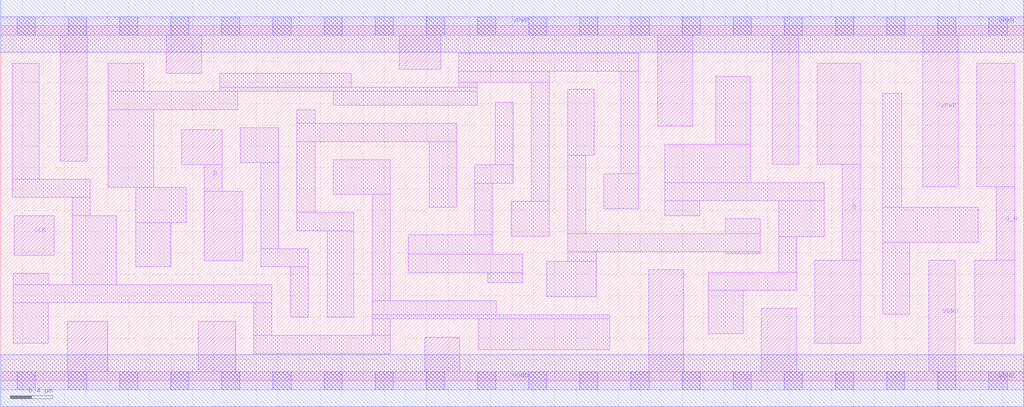
<source format=lef>
# Copyright 2020 The SkyWater PDK Authors
#
# Licensed under the Apache License, Version 2.0 (the "License");
# you may not use this file except in compliance with the License.
# You may obtain a copy of the License at
#
#     https://www.apache.org/licenses/LICENSE-2.0
#
# Unless required by applicable law or agreed to in writing, software
# distributed under the License is distributed on an "AS IS" BASIS,
# WITHOUT WARRANTIES OR CONDITIONS OF ANY KIND, either express or implied.
# See the License for the specific language governing permissions and
# limitations under the License.
#
# SPDX-License-Identifier: Apache-2.0

VERSION 5.7 ;
  NAMESCASESENSITIVE ON ;
  NOWIREEXTENSIONATPIN ON ;
  DIVIDERCHAR "/" ;
  BUSBITCHARS "[]" ;
UNITS
  DATABASE MICRONS 200 ;
END UNITS
MACRO sky130_fd_sc_hs__dfxbp_1
  CLASS CORE ;
  SOURCE USER ;
  FOREIGN sky130_fd_sc_hs__dfxbp_1 ;
  ORIGIN  0.000000  0.000000 ;
  SIZE  9.600000 BY  3.330000 ;
  SYMMETRY X Y ;
  SITE unit ;
  PIN D
    ANTENNAGATEAREA  0.126000 ;
    DIRECTION INPUT ;
    USE SIGNAL ;
    PORT
      LAYER li1 ;
        RECT 1.700000 2.025000 2.080000 2.355000 ;
        RECT 1.910000 1.125000 2.270000 1.780000 ;
        RECT 1.910000 1.780000 2.080000 2.025000 ;
    END
  END D
  PIN Q
    ANTENNADIFFAREA  0.530100 ;
    DIRECTION OUTPUT ;
    USE SIGNAL ;
    PORT
      LAYER li1 ;
        RECT 7.640000 0.350000 8.070000 1.130000 ;
        RECT 7.665000 2.030000 8.070000 2.980000 ;
        RECT 7.900000 1.130000 8.070000 2.030000 ;
    END
  END Q
  PIN Q_N
    ANTENNADIFFAREA  0.535700 ;
    DIRECTION OUTPUT ;
    USE SIGNAL ;
    PORT
      LAYER li1 ;
        RECT 9.140000 0.350000 9.515000 1.130000 ;
        RECT 9.160000 1.820000 9.515000 2.980000 ;
        RECT 9.345000 1.130000 9.515000 1.820000 ;
    END
  END Q_N
  PIN CLK
    ANTENNAGATEAREA  0.279000 ;
    DIRECTION INPUT ;
    USE CLOCK ;
    PORT
      LAYER li1 ;
        RECT 0.125000 1.180000 0.500000 1.550000 ;
    END
  END CLK
  PIN VGND
    DIRECTION INOUT ;
    USE GROUND ;
    PORT
      LAYER li1 ;
        RECT 0.000000 -0.085000 9.600000 0.085000 ;
        RECT 0.625000  0.085000 1.005000 0.560000 ;
        RECT 1.855000  0.085000 2.205000 0.560000 ;
        RECT 3.980000  0.085000 4.310000 0.410000 ;
        RECT 6.080000  0.085000 6.410000 1.040000 ;
        RECT 7.140000  0.085000 7.470000 0.680000 ;
        RECT 8.710000  0.085000 8.960000 1.130000 ;
      LAYER mcon ;
        RECT 0.155000 -0.085000 0.325000 0.085000 ;
        RECT 0.635000 -0.085000 0.805000 0.085000 ;
        RECT 1.115000 -0.085000 1.285000 0.085000 ;
        RECT 1.595000 -0.085000 1.765000 0.085000 ;
        RECT 2.075000 -0.085000 2.245000 0.085000 ;
        RECT 2.555000 -0.085000 2.725000 0.085000 ;
        RECT 3.035000 -0.085000 3.205000 0.085000 ;
        RECT 3.515000 -0.085000 3.685000 0.085000 ;
        RECT 3.995000 -0.085000 4.165000 0.085000 ;
        RECT 4.475000 -0.085000 4.645000 0.085000 ;
        RECT 4.955000 -0.085000 5.125000 0.085000 ;
        RECT 5.435000 -0.085000 5.605000 0.085000 ;
        RECT 5.915000 -0.085000 6.085000 0.085000 ;
        RECT 6.395000 -0.085000 6.565000 0.085000 ;
        RECT 6.875000 -0.085000 7.045000 0.085000 ;
        RECT 7.355000 -0.085000 7.525000 0.085000 ;
        RECT 7.835000 -0.085000 8.005000 0.085000 ;
        RECT 8.315000 -0.085000 8.485000 0.085000 ;
        RECT 8.795000 -0.085000 8.965000 0.085000 ;
        RECT 9.275000 -0.085000 9.445000 0.085000 ;
      LAYER met1 ;
        RECT 0.000000 -0.245000 9.600000 0.245000 ;
    END
  END VGND
  PIN VPWR
    DIRECTION INOUT ;
    USE POWER ;
    PORT
      LAYER li1 ;
        RECT 0.000000 3.245000 9.600000 3.415000 ;
        RECT 0.560000 2.060000 0.810000 3.245000 ;
        RECT 1.555000 2.885000 1.885000 3.245000 ;
        RECT 3.740000 2.925000 4.130000 3.245000 ;
        RECT 6.165000 2.390000 6.495000 3.245000 ;
        RECT 7.240000 2.030000 7.490000 3.245000 ;
        RECT 8.655000 1.820000 8.985000 3.245000 ;
      LAYER mcon ;
        RECT 0.155000 3.245000 0.325000 3.415000 ;
        RECT 0.635000 3.245000 0.805000 3.415000 ;
        RECT 1.115000 3.245000 1.285000 3.415000 ;
        RECT 1.595000 3.245000 1.765000 3.415000 ;
        RECT 2.075000 3.245000 2.245000 3.415000 ;
        RECT 2.555000 3.245000 2.725000 3.415000 ;
        RECT 3.035000 3.245000 3.205000 3.415000 ;
        RECT 3.515000 3.245000 3.685000 3.415000 ;
        RECT 3.995000 3.245000 4.165000 3.415000 ;
        RECT 4.475000 3.245000 4.645000 3.415000 ;
        RECT 4.955000 3.245000 5.125000 3.415000 ;
        RECT 5.435000 3.245000 5.605000 3.415000 ;
        RECT 5.915000 3.245000 6.085000 3.415000 ;
        RECT 6.395000 3.245000 6.565000 3.415000 ;
        RECT 6.875000 3.245000 7.045000 3.415000 ;
        RECT 7.355000 3.245000 7.525000 3.415000 ;
        RECT 7.835000 3.245000 8.005000 3.415000 ;
        RECT 8.315000 3.245000 8.485000 3.415000 ;
        RECT 8.795000 3.245000 8.965000 3.415000 ;
        RECT 9.275000 3.245000 9.445000 3.415000 ;
      LAYER met1 ;
        RECT 0.000000 3.085000 9.600000 3.575000 ;
    END
  END VPWR
  OBS
    LAYER li1 ;
      RECT 0.110000 1.720000 0.840000 1.890000 ;
      RECT 0.110000 1.890000 0.360000 2.980000 ;
      RECT 0.115000 0.350000 0.445000 0.730000 ;
      RECT 0.115000 0.730000 2.545000 0.900000 ;
      RECT 0.115000 0.900000 0.445000 1.010000 ;
      RECT 0.670000 0.900000 1.090000 1.550000 ;
      RECT 0.670000 1.550000 0.840000 1.720000 ;
      RECT 1.010000 1.815000 1.435000 2.545000 ;
      RECT 1.010000 2.545000 2.225000 2.715000 ;
      RECT 1.010000 2.715000 1.340000 2.980000 ;
      RECT 1.265000 1.070000 1.595000 1.485000 ;
      RECT 1.265000 1.485000 1.740000 1.815000 ;
      RECT 2.055000 2.715000 4.470000 2.755000 ;
      RECT 2.055000 2.755000 3.290000 2.885000 ;
      RECT 2.250000 2.045000 2.610000 2.375000 ;
      RECT 2.375000 0.255000 3.655000 0.425000 ;
      RECT 2.375000 0.425000 2.545000 0.730000 ;
      RECT 2.440000 1.070000 2.885000 1.240000 ;
      RECT 2.440000 1.240000 2.610000 2.045000 ;
      RECT 2.715000 0.595000 2.885000 1.070000 ;
      RECT 2.780000 1.410000 3.315000 1.580000 ;
      RECT 2.780000 1.580000 2.950000 2.245000 ;
      RECT 2.780000 2.245000 4.280000 2.415000 ;
      RECT 2.780000 2.415000 2.950000 2.545000 ;
      RECT 3.065000 0.595000 3.315000 1.410000 ;
      RECT 3.120000 1.750000 3.655000 2.075000 ;
      RECT 3.120000 2.585000 4.470000 2.715000 ;
      RECT 3.485000 0.425000 3.655000 0.580000 ;
      RECT 3.485000 0.580000 5.715000 0.620000 ;
      RECT 3.485000 0.620000 4.650000 0.750000 ;
      RECT 3.485000 0.750000 3.655000 1.750000 ;
      RECT 3.825000 1.015000 4.900000 1.185000 ;
      RECT 3.825000 1.185000 4.620000 1.370000 ;
      RECT 4.020000 1.630000 4.280000 2.245000 ;
      RECT 4.300000 2.755000 4.470000 2.800000 ;
      RECT 4.300000 2.800000 5.150000 2.905000 ;
      RECT 4.300000 2.905000 5.990000 3.075000 ;
      RECT 4.450000 1.370000 4.620000 1.855000 ;
      RECT 4.450000 1.855000 4.810000 2.025000 ;
      RECT 4.480000 0.290000 5.715000 0.580000 ;
      RECT 4.570000 0.920000 4.900000 1.015000 ;
      RECT 4.640000 2.025000 4.810000 2.615000 ;
      RECT 4.790000 1.355000 5.150000 1.685000 ;
      RECT 4.980000 1.685000 5.150000 2.800000 ;
      RECT 5.125000 0.790000 5.590000 1.120000 ;
      RECT 5.320000 1.120000 5.590000 1.210000 ;
      RECT 5.320000 1.210000 7.130000 1.380000 ;
      RECT 5.320000 1.380000 5.490000 2.115000 ;
      RECT 5.320000 2.115000 5.570000 2.735000 ;
      RECT 5.660000 1.615000 5.990000 1.945000 ;
      RECT 5.820000 1.945000 5.990000 2.905000 ;
      RECT 6.230000 1.550000 6.560000 1.690000 ;
      RECT 6.230000 1.690000 7.730000 1.860000 ;
      RECT 6.230000 1.860000 7.040000 2.220000 ;
      RECT 6.640000 0.440000 6.970000 0.850000 ;
      RECT 6.640000 0.850000 7.470000 1.020000 ;
      RECT 6.710000 2.220000 7.040000 2.860000 ;
      RECT 6.800000 1.190000 7.130000 1.210000 ;
      RECT 6.800000 1.380000 7.130000 1.520000 ;
      RECT 7.300000 1.020000 7.470000 1.350000 ;
      RECT 7.300000 1.350000 7.730000 1.690000 ;
      RECT 8.280000 0.625000 8.530000 1.300000 ;
      RECT 8.280000 1.300000 9.175000 1.630000 ;
      RECT 8.280000 1.630000 8.455000 2.700000 ;
  END
END sky130_fd_sc_hs__dfxbp_1

</source>
